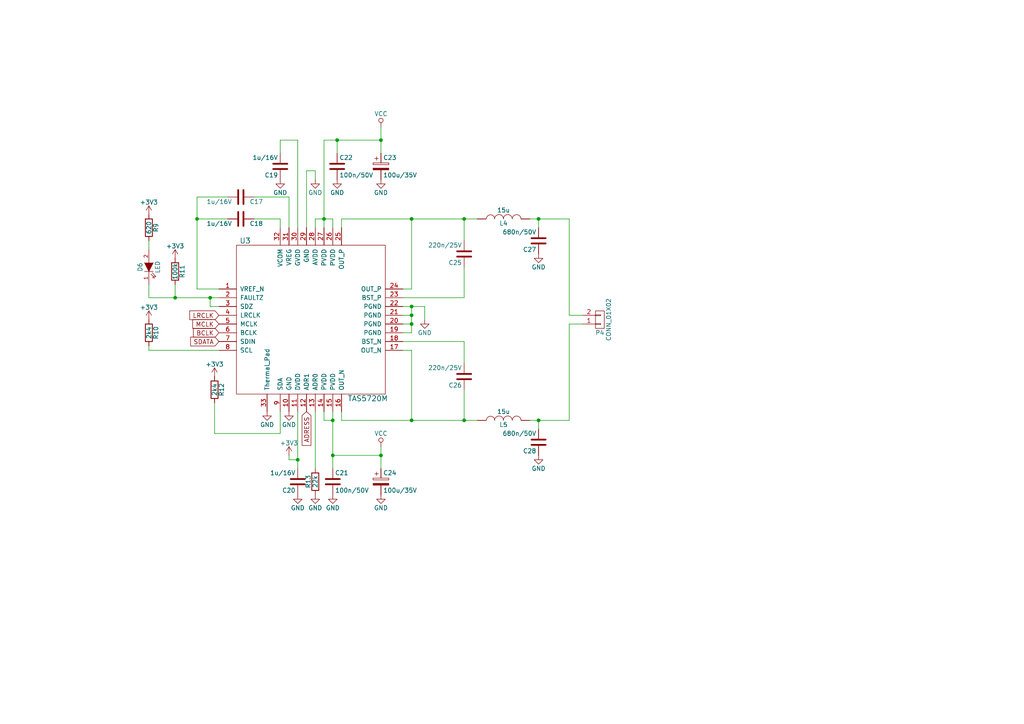
<source format=kicad_sch>
(kicad_sch (version 20231120) (generator "eeschema") (generator_version "8.0")
  (paper "A4")
  (title_block (title "freeDSPx-AMPx4") (date "2017-02-19") (rev "1.0"))
  (lib_symbols
    (symbol "freeDSPx-AMPx4-rescue:+3V3" (power) (pin_names (offset 0))
      (property "Value" "+3V3" (at 0 3.556 0))
      (symbol "+3V3_0_1"
        (polyline (pts (xy -0.762 1.27) (xy 0 2.54)))
        (polyline (pts (xy 0 0) (xy 0 2.54)))
        (polyline (pts (xy 0 2.54) (xy 0.762 1.27)))
      )
      (symbol "+3V3_1_1"
        (pin power_in line (at 0 0 90) (length 0) hide (name "+3V3") (number "1"))
      )
    )
    (symbol "freeDSPx-AMPx4-rescue:C" (pin_numbers hide) (pin_names (offset 0.254))
      (property "Reference" "C" (at 0.635 2.54 0))
      (property "Value" "C" (at 0.635 -2.54 0))
      (symbol "C_0_1"
        (polyline (pts (xy -2.032 -0.762) (xy 2.032 -0.762)) (stroke (width 0.508)))
        (polyline (pts (xy -2.032 0.762) (xy 2.032 0.762)) (stroke (width 0.508)))
      )
      (symbol "C_1_1"
        (pin passive line (at 0 3.81 270) (length 2.794) (name "~") (number "1"))
        (pin passive line (at 0 -3.81 90) (length 2.794) (name "~") (number "2"))
      )
    )
    (symbol "freeDSPx-AMPx4-rescue:CONN_01X02" (pin_names (offset 1.016) hide)
      (property "Reference" "P" (at 0 3.81 0))
      (property "Value" "CONN_01X02" (at 2.54 0 90))
      (symbol "CONN_01X02_0_1"
        (rectangle (start -1.27 -1.143) (end 0.254 -1.397))
        (rectangle (start -1.27 1.397) (end 0.254 1.143))
        (rectangle (start -1.27 2.54) (end 1.27 -2.54))
      )
      (symbol "CONN_01X02_1_1"
        (pin passive line (at -5.08 1.27 0) (length 3.81) (name "P1") (number "1"))
        (pin passive line (at -5.08 -1.27 0) (length 3.81) (name "P2") (number "2"))
      )
    )
    (symbol "freeDSPx-AMPx4-rescue:CP" (pin_numbers hide) (pin_names (offset 0.254))
      (property "Reference" "C" (at 0.635 2.54 0))
      (property "Value" "CP" (at 0.635 -2.54 0))
      (symbol "CP_0_1"
        (rectangle (start -2.286 0.508) (end -2.286 1.016))
        (rectangle (start -2.286 0.508) (end 2.286 0.508))
        (polyline (pts (xy -1.778 2.286) (xy -0.762 2.286)))
        (polyline (pts (xy -1.27 2.794) (xy -1.27 1.778)))
        (rectangle (start 2.286 -0.508) (end -2.286 -1.016) (fill (type outline)))
        (rectangle (start 2.286 1.016) (end -2.286 1.016))
        (rectangle (start 2.286 1.016) (end 2.286 0.508))
      )
      (symbol "CP_1_1"
        (pin passive line (at 0 3.81 270) (length 2.794) (name "~") (number "1"))
        (pin passive line (at 0 -3.81 90) (length 2.794) (name "~") (number "2"))
      )
    )
    (symbol "freeDSPx-AMPx4-rescue:GND" (power) (pin_names (offset 0))
      (property "Value" "GND" (at 0 -3.81 0))
      (symbol "GND_0_1"
        (polyline (pts (xy 0 0) (xy 0 -1.27) (xy 1.27 -1.27) (xy 0 -2.54) (xy -1.27 -1.27) (xy 0 -1.27)))
      )
      (symbol "GND_1_1"
        (pin power_in line (at 0 0 270) (length 0) hide (name "GND") (number "1"))
      )
    )
    (symbol "freeDSPx-AMPx4-rescue:L" (pin_numbers hide) (pin_names (offset 1.016) hide)
      (property "Reference" "L" (at -1.27 0 90))
      (property "Value" "L" (at 2.54 0 90))
      (symbol "L_0_1"
        (arc (start 0.0254 -5.0546) (mid 1.2449 -3.8097) (end 0.0254 -2.54))
        (arc (start 0.0254 -2.5146) (mid 1.2703 -1.2444) (end 0.0254 0.0508))
        (arc (start 0.0254 0.0254) (mid 1.2703 1.2956) (end 0.0254 2.5908))
        (arc (start 0.0254 2.5654) (mid 1.1941 3.7595) (end 0.0254 4.9784))
      )
      (symbol "L_1_1"
        (pin passive line (at 0 7.62 270) (length 2.54) (name "1") (number "1"))
        (pin passive line (at 0 -7.62 90) (length 2.54) (name "2") (number "2"))
      )
    )
    (symbol "freeDSPx-AMPx4-rescue:LED" (pin_names (offset 1.016) hide)
      (property "Reference" "D" (at 0 2.54 0))
      (property "Value" "LED" (at 0 -2.54 0))
      (symbol "LED_0_1"
        (polyline (pts (xy -1.27 1.27) (xy -1.27 -1.27)))
        (polyline (pts (xy -2.032 -0.635) (xy -3.175 -1.651) (xy -3.048 -1.016)))
        (polyline (pts (xy -1.651 -1.016) (xy -2.794 -2.032) (xy -2.667 -1.397)))
        (polyline (pts (xy 1.27 1.27) (xy -1.27 0) (xy 1.27 -1.27)) (fill (type outline)))
      )
      (symbol "LED_1_1"
        (pin passive line (at -5.08 0 0) (length 3.81) (name "K") (number "1"))
        (pin passive line (at 5.08 0 180) (length 3.81) (name "A") (number "2"))
      )
    )
    (symbol "freeDSPx-AMPx4-rescue:R" (pin_numbers hide) (pin_names (offset 0))
      (property "Reference" "R" (at 2.032 0 90))
      (property "Value" "R" (at 0 0 90))
      (symbol "R_0_1"
        (rectangle (start -1.016 -2.54) (end 1.016 2.54) (stroke (width 0.254)))
      )
      (symbol "R_1_1"
        (pin passive line (at 0 3.81 270) (length 1.27) (name "~") (number "1"))
        (pin passive line (at 0 -3.81 90) (length 1.27) (name "~") (number "2"))
      )
    )
    (symbol "freeDSPx-AMPx4-rescue:TAS5720" (pin_names (offset 1.016))
      (property "Reference" "U" (at -19.05 22.86 0))
      (property "Value" "TAS5720" (at 16.51 -22.86 0))
      (symbol "TAS5720_0_1"
        (rectangle (start -21.59 21.59) (end 21.59 -21.59))
      )
      (symbol "TAS5720_1_1"
        (pin input line (at -26.67 8.89 0) (length 5.08) (name "VREF_N") (number "1"))
        (pin input line (at -6.35 -26.67 90) (length 5.08) (name "GND") (number "10"))
        (pin input line (at -3.81 -26.67 90) (length 5.08) (name "DVDD") (number "11"))
        (pin input line (at -1.27 -26.67 90) (length 5.08) (name "ADR1") (number "12"))
        (pin input line (at 1.27 -26.67 90) (length 5.08) (name "ADR0") (number "13"))
        (pin input line (at 3.81 -26.67 90) (length 5.08) (name "PVDD") (number "14"))
        (pin input line (at 6.35 -26.67 90) (length 5.08) (name "PVDD") (number "15"))
        (pin input line (at 8.89 -26.67 90) (length 5.08) (name "OUT_N") (number "16"))
        (pin input line (at 26.67 -8.89 180) (length 5.08) (name "OUT_N") (number "17"))
        (pin input line (at 26.67 -6.35 180) (length 5.08) (name "BST_N") (number "18"))
        (pin input line (at 26.67 -3.81 180) (length 5.08) (name "PGND") (number "19"))
        (pin input line (at -26.67 6.35 0) (length 5.08) (name "FAULTZ") (number "2"))
        (pin input line (at 26.67 -1.27 180) (length 5.08) (name "PGND") (number "20"))
        (pin input line (at 26.67 1.27 180) (length 5.08) (name "PGND") (number "21"))
        (pin input line (at 26.67 3.81 180) (length 5.08) (name "PGND") (number "22"))
        (pin input line (at 26.67 6.35 180) (length 5.08) (name "BST_P") (number "23"))
        (pin input line (at 26.67 8.89 180) (length 5.08) (name "OUT_P") (number "24"))
        (pin input line (at 8.89 26.67 270) (length 5.08) (name "OUT_P") (number "25"))
        (pin input line (at 6.35 26.67 270) (length 5.08) (name "PVDD") (number "26"))
        (pin input line (at 3.81 26.67 270) (length 5.08) (name "PVDD") (number "27"))
        (pin input line (at 1.27 26.67 270) (length 5.08) (name "AVDD") (number "28"))
        (pin input line (at -1.27 26.67 270) (length 5.08) (name "GND") (number "29"))
        (pin input line (at -26.67 3.81 0) (length 5.08) (name "SDZ") (number "3"))
        (pin input line (at -3.81 26.67 270) (length 5.08) (name "GVDD") (number "30"))
        (pin input line (at -6.35 26.67 270) (length 5.08) (name "VREG") (number "31"))
        (pin input line (at -8.89 26.67 270) (length 5.08) (name "VCOM") (number "32"))
        (pin input line (at -12.7 -26.67 90) (length 5.08) (name "Thermal_Pad") (number "33"))
        (pin input line (at -26.67 1.27 0) (length 5.08) (name "LRCLK") (number "4"))
        (pin input line (at -26.67 -1.27 0) (length 5.08) (name "MCLK") (number "5"))
        (pin input line (at -26.67 -3.81 0) (length 5.08) (name "BCLK") (number "6"))
        (pin input line (at -26.67 -6.35 0) (length 5.08) (name "SDIN") (number "7"))
        (pin input line (at -26.67 -8.89 0) (length 5.08) (name "SCL") (number "8"))
        (pin input line (at -8.89 -26.67 90) (length 5.08) (name "SDA") (number "9"))
      )
    )
    (symbol "freeDSPx-AMPx4-rescue:VCC" (power) (pin_names (offset 0))
      (property "Value" "VCC" (at 0 3.81 0))
      (symbol "VCC_0_1"
        (polyline (pts (xy 0 0) (xy 0 1.27)))
        (circle (center 0 1.905) (radius 0.635))
      )
      (symbol "VCC_1_1"
        (pin power_in line (at 0 0 90) (length 0) hide (name "VCC") (number "1"))
      )
    )
  )
  (junction (at 119.38 88.9))
  (junction (at 119.38 121.92))
  (junction (at 86.36 133.35))
  (junction (at 156.21 121.92))
  (junction (at 119.38 63.5))
  (junction (at 134.62 63.5))
  (junction (at 60.96 86.36))
  (junction (at 156.21 63.5))
  (junction (at 110.49 40.64))
  (junction (at 134.62 121.92))
  (junction (at 57.15 63.5))
  (junction (at 96.52 132.08))
  (junction (at 119.38 91.44))
  (junction (at 119.38 93.98))
  (junction (at 96.52 121.92))
  (junction (at 50.8 86.36))
  (junction (at 110.49 132.08))
  (junction (at 93.98 63.5))
  (junction (at 97.79 40.64))
  (wire (pts (xy 119.38 121.92) (xy 134.62 121.92)))
  (wire (pts (xy 119.38 121.92) (xy 119.38 101.6)))
  (wire (pts (xy 93.98 40.64) (xy 93.98 63.5)))
  (wire (pts (xy 134.62 99.06) (xy 134.62 105.41)))
  (wire (pts (xy 165.1 91.44) (xy 168.91 91.44)))
  (wire (pts (xy 156.21 63.5) (xy 156.21 66.04)))
  (wire (pts (xy 99.06 66.04) (xy 99.06 63.5)))
  (wire (pts (xy 96.52 63.5) (xy 96.52 66.04)))
  (wire (pts (xy 110.49 132.08) (xy 110.49 135.89)))
  (wire (pts (xy 119.38 63.5) (xy 119.38 83.82)))
  (wire (pts (xy 91.44 66.04) (xy 91.44 63.5)))
  (wire (pts (xy 96.52 132.08) (xy 96.52 135.89)))
  (wire (pts (xy 165.1 93.98) (xy 168.91 93.98)))
  (wire (pts (xy 43.18 101.6) (xy 63.5 101.6)))
  (wire (pts (xy 116.84 86.36) (xy 134.62 86.36)))
  (wire (pts (xy 81.28 63.5) (xy 73.66 63.5)))
  (wire (pts (xy 86.36 133.35) (xy 86.36 135.89)))
  (wire (pts (xy 83.82 66.04) (xy 83.82 57.15)))
  (wire (pts (xy 134.62 86.36) (xy 134.62 77.47)))
  (wire (pts (xy 93.98 63.5) (xy 96.52 63.5)))
  (wire (pts (xy 57.15 63.5) (xy 57.15 83.82)))
  (wire (pts (xy 110.49 40.64) (xy 110.49 44.45)))
  (wire (pts (xy 50.8 86.36) (xy 50.8 82.55)))
  (wire (pts (xy 81.28 125.73) (xy 62.23 125.73)))
  (wire (pts (xy 156.21 121.92) (xy 153.67 121.92)))
  (wire (pts (xy 134.62 113.03) (xy 134.62 121.92)))
  (wire (pts (xy 134.62 121.92) (xy 138.43 121.92)))
  (wire (pts (xy 165.1 93.98) (xy 165.1 121.92)))
  (wire (pts (xy 119.38 63.5) (xy 134.62 63.5)))
  (wire (pts (xy 57.15 57.15) (xy 66.04 57.15)))
  (wire (pts (xy 86.36 40.64) (xy 81.28 40.64)))
  (wire (pts (xy 88.9 49.53) (xy 88.9 66.04)))
  (wire (pts (xy 93.98 119.38) (xy 93.98 121.92)))
  (wire (pts (xy 96.52 119.38) (xy 96.52 121.92)))
  (wire (pts (xy 156.21 63.5) (xy 165.1 63.5)))
  (wire (pts (xy 93.98 40.64) (xy 97.79 40.64)))
  (wire (pts (xy 110.49 36.83) (xy 110.49 40.64)))
  (wire (pts (xy 86.36 119.38) (xy 86.36 133.35)))
  (wire (pts (xy 165.1 121.92) (xy 156.21 121.92)))
  (wire (pts (xy 116.84 99.06) (xy 134.62 99.06)))
  (wire (pts (xy 43.18 86.36) (xy 50.8 86.36)))
  (wire (pts (xy 153.67 63.5) (xy 156.21 63.5)))
  (wire (pts (xy 81.28 66.04) (xy 81.28 63.5)))
  (wire (pts (xy 99.06 119.38) (xy 99.06 121.92)))
  (wire (pts (xy 119.38 88.9) (xy 119.38 91.44)))
  (wire (pts (xy 99.06 121.92) (xy 119.38 121.92)))
  (wire (pts (xy 119.38 93.98) (xy 116.84 93.98)))
  (wire (pts (xy 119.38 88.9) (xy 123.19 88.9)))
  (wire (pts (xy 97.79 40.64) (xy 110.49 40.64)))
  (wire (pts (xy 116.84 88.9) (xy 119.38 88.9)))
  (wire (pts (xy 91.44 63.5) (xy 93.98 63.5)))
  (wire (pts (xy 119.38 91.44) (xy 119.38 93.98)))
  (wire (pts (xy 62.23 125.73) (xy 62.23 116.84)))
  (wire (pts (xy 43.18 101.6) (xy 43.18 100.33)))
  (wire (pts (xy 119.38 83.82) (xy 116.84 83.82)))
  (wire (pts (xy 86.36 40.64) (xy 86.36 66.04)))
  (wire (pts (xy 81.28 119.38) (xy 81.28 125.73)))
  (wire (pts (xy 91.44 49.53) (xy 91.44 52.07)))
  (wire (pts (xy 43.18 86.36) (xy 43.18 82.55)))
  (wire (pts (xy 57.15 83.82) (xy 63.5 83.82)))
  (wire (pts (xy 97.79 44.45) (xy 97.79 40.64)))
  (wire (pts (xy 165.1 63.5) (xy 165.1 91.44)))
  (wire (pts (xy 119.38 91.44) (xy 116.84 91.44)))
  (wire (pts (xy 57.15 57.15) (xy 57.15 63.5)))
  (wire (pts (xy 156.21 121.92) (xy 156.21 124.46)))
  (wire (pts (xy 83.82 57.15) (xy 73.66 57.15)))
  (wire (pts (xy 43.18 72.39) (xy 43.18 69.85)))
  (wire (pts (xy 110.49 129.54) (xy 110.49 132.08)))
  (wire (pts (xy 99.06 63.5) (xy 119.38 63.5)))
  (wire (pts (xy 134.62 69.85) (xy 134.62 63.5)))
  (wire (pts (xy 93.98 121.92) (xy 96.52 121.92)))
  (wire (pts (xy 96.52 121.92) (xy 96.52 132.08)))
  (wire (pts (xy 96.52 132.08) (xy 110.49 132.08)))
  (wire (pts (xy 119.38 101.6) (xy 116.84 101.6)))
  (wire (pts (xy 57.15 63.5) (xy 66.04 63.5)))
  (wire (pts (xy 119.38 96.52) (xy 116.84 96.52)))
  (wire (pts (xy 93.98 63.5) (xy 93.98 66.04)))
  (wire (pts (xy 50.8 86.36) (xy 60.96 86.36)))
  (wire (pts (xy 60.96 86.36) (xy 63.5 86.36)))
  (wire (pts (xy 83.82 132.08) (xy 83.82 133.35)))
  (wire (pts (xy 88.9 49.53) (xy 91.44 49.53)))
  (wire (pts (xy 63.5 88.9) (xy 60.96 88.9)))
  (wire (pts (xy 134.62 63.5) (xy 138.43 63.5)))
  (wire (pts (xy 91.44 119.38) (xy 91.44 135.89)))
  (wire (pts (xy 83.82 133.35) (xy 86.36 133.35)))
  (wire (pts (xy 81.28 40.64) (xy 81.28 44.45)))
  (wire (pts (xy 60.96 88.9) (xy 60.96 86.36)))
  (wire (pts (xy 123.19 88.9) (xy 123.19 92.71)))
  (wire (pts (xy 119.38 93.98) (xy 119.38 96.52)))
  (global_label "MCLK" (shape input) (at 63.5 93.98 180) (effects (font (size 1.2954 1.2954))) (property "Intersheetrefs" "${INTERSHEET_REFS}" (effects (hide yes))))
  (global_label "LRCLK" (shape input) (at 63.5 91.44 180) (effects (font (size 1.2954 1.2954))) (property "Intersheetrefs" "${INTERSHEET_REFS}" (effects (hide yes))))
  (global_label "ADRESS" (shape input) (at 88.9 119.38 270) (effects (font (size 1.2954 1.2954))) (property "Intersheetrefs" "${INTERSHEET_REFS}" (effects (hide yes))))
  (global_label "SDATA" (shape input) (at 63.5 99.06 180) (effects (font (size 1.2954 1.2954))) (property "Intersheetrefs" "${INTERSHEET_REFS}" (effects (hide yes))))
  (global_label "BCLK" (shape input) (at 63.5 96.52 180) (effects (font (size 1.2954 1.2954))) (property "Intersheetrefs" "${INTERSHEET_REFS}" (effects (hide yes))))
  (symbol (lib_id "freeDSPx-AMPx4-rescue:TAS5720") (at 90.17 92.71 0) (unit 1)
    (property "Reference" "U3" (at 71.12 69.85 0) (effects (font (size 1.524 1.524))))
    (property "Value" "TAS5720M" (at 106.68 115.57 0) (effects (font (size 1.524 1.524))))
    (property "Footprint" "Library:VQFN-32-handsolder" (effects (hide yes)))
    (property "Datasheet" "http://www.ti.com/lit/ds/symlink/tas5720m.pdf" (effects (hide yes)))
    (property "Mouser_Part_No" "595-TAS5720MRSMT" (effects (hide yes)))
  )
  (symbol (lib_id "freeDSPx-AMPx4-rescue:GND") (at 123.19 92.71 0) (unit 1)
    (property "Reference" "#PWR038" (effects (hide yes)))
    (property "Value" "GND" (at 123.19 96.52 0))
  )
  (symbol (lib_id "freeDSPx-AMPx4-rescue:GND") (at 83.82 119.38 0) (unit 1)
    (property "Reference" "#PWR039" (effects (hide yes)))
    (property "Value" "GND" (at 83.82 123.19 0))
  )
  (symbol (lib_id "freeDSPx-AMPx4-rescue:C") (at 97.79 48.26 0) (unit 1)
    (property "Reference" "C22" (at 98.425 45.72 0) (effects (justify left)))
    (property "Value" "100n/50V" (at 98.425 50.8 0) (effects (justify left)))
    (property "Footprint" "fdsp_capacitor:C_0603" (effects (hide yes)))
    (property "Datasheet" "http://www.murata.com/products/catalog/pdf/c02e.pdf" (effects (hide yes)))
    (property "Mouser_Part_No" "81-GRM39X104K50D" (effects (hide yes)))
  )
  (symbol (lib_id "freeDSPx-AMPx4-rescue:GND") (at 97.79 52.07 0) (unit 1)
    (property "Reference" "#PWR040" (effects (hide yes)))
    (property "Value" "GND" (at 97.79 55.88 0))
  )
  (symbol (lib_id "freeDSPx-AMPx4-rescue:GND") (at 110.49 52.07 0) (unit 1)
    (property "Reference" "#PWR041" (effects (hide yes)))
    (property "Value" "GND" (at 110.49 55.88 0))
  )
  (symbol (lib_id "freeDSPx-AMPx4-rescue:C") (at 134.62 73.66 180) (unit 1)
    (property "Reference" "C25" (at 133.985 76.2 0) (effects (justify left)))
    (property "Value" "220n/25V" (at 133.985 71.12 0) (effects (justify left)))
    (property "Footprint" "fdsp_capacitor:C_0603" (effects (hide yes)))
    (property "Datasheet" "http://www.murata.com/products/catalog/pdf/c02e.pdf" (effects (hide yes)))
    (property "Mouser_Part_No" "81-GRM18R71E223KA01J" (effects (hide yes)))
  )
  (symbol (lib_id "freeDSPx-AMPx4-rescue:+3V3") (at 83.82 132.08 0) (unit 1)
    (property "Reference" "#PWR042" (effects (hide yes)))
    (property "Value" "+3V3" (at 83.82 128.524 0))
  )
  (symbol (lib_id "freeDSPx-AMPx4-rescue:GND") (at 86.36 143.51 0) (unit 1)
    (property "Reference" "#PWR043" (effects (hide yes)))
    (property "Value" "GND" (at 86.36 147.32 0))
  )
  (symbol (lib_id "freeDSPx-AMPx4-rescue:GND") (at 96.52 143.51 0) (unit 1)
    (property "Reference" "#PWR044" (effects (hide yes)))
    (property "Value" "GND" (at 96.52 147.32 0))
  )
  (symbol (lib_id "freeDSPx-AMPx4-rescue:GND") (at 110.49 143.51 0) (unit 1)
    (property "Reference" "#PWR045" (effects (hide yes)))
    (property "Value" "GND" (at 110.49 147.32 0))
  )
  (symbol (lib_id "freeDSPx-AMPx4-rescue:VCC") (at 110.49 36.83 0) (unit 1)
    (property "Reference" "#PWR046" (effects (hide yes)))
    (property "Value" "VCC" (at 110.49 33.02 0))
  )
  (symbol (lib_id "freeDSPx-AMPx4-rescue:VCC") (at 110.49 129.54 0) (unit 1)
    (property "Reference" "#PWR047" (effects (hide yes)))
    (property "Value" "VCC" (at 110.49 125.73 0))
  )
  (symbol (lib_id "freeDSPx-AMPx4-rescue:GND") (at 77.47 119.38 0) (unit 1)
    (property "Reference" "#PWR048" (effects (hide yes)))
    (property "Value" "GND" (at 77.47 123.19 0))
  )
  (symbol (lib_id "freeDSPx-AMPx4-rescue:C") (at 81.28 48.26 180) (unit 1)
    (property "Reference" "C19" (at 80.645 50.8 0) (effects (justify left)))
    (property "Value" "1u/16V" (at 80.645 45.72 0) (effects (justify left)))
    (property "Footprint" "fdsp_capacitor:C_0603" (effects (hide yes)))
    (property "Datasheet" "http://www.murata.com/products/catalog/pdf/c02e.pdf" (effects (hide yes)))
    (property "Mouser_Part_No" "81-GRM188R71C105KE5D" (effects (hide yes)))
  )
  (symbol (lib_id "freeDSPx-AMPx4-rescue:L") (at 146.05 63.5 90) (unit 1)
    (property "Reference" "L4" (at 146.05 64.77 90))
    (property "Value" "15u" (at 146.05 60.96 90))
    (property "Footprint" "fdsp_inductor:Choke_SMD_6.0x6.0" (effects (hide yes)))
    (property "Datasheet" "http://www.mouser.com/ds/2/281/product-1023288.pdf" (effects (hide yes)))
    (property "Mouser_Part_No" "81-1264EY-150MP3" (effects (hide yes)))
  )
  (symbol (lib_id "freeDSPx-AMPx4-rescue:C") (at 156.21 69.85 180) (unit 1)
    (property "Reference" "C27" (at 155.575 72.39 0) (effects (justify left)))
    (property "Value" "680n/50V" (at 155.575 67.31 0) (effects (justify left)))
    (property "Footprint" "fdsp_capacitor:C_1206" (effects (hide yes)))
    (property "Datasheet" "http://www.murata.com/products/catalog/pdf/c03e.pdf" (effects (hide yes)))
    (property "Mouser_Part_No" "81-GCM31CR71H684KA7L" (effects (hide yes)))
  )
  (symbol (lib_id "freeDSPx-AMPx4-rescue:GND") (at 156.21 73.66 0) (unit 1)
    (property "Reference" "#PWR049" (effects (hide yes)))
    (property "Value" "GND" (at 156.21 77.47 0))
  )
  (symbol (lib_id "freeDSPx-AMPx4-rescue:GND") (at 156.21 132.08 0) (unit 1)
    (property "Reference" "#PWR050" (effects (hide yes)))
    (property "Value" "GND" (at 156.21 135.89 0))
  )
  (symbol (lib_id "freeDSPx-AMPx4-rescue:CP") (at 110.49 48.26 0) (unit 1)
    (property "Reference" "C23" (at 111.125 45.72 0) (effects (justify left)))
    (property "Value" "100u/35V" (at 111.125 50.8 0) (effects (justify left)))
    (property "Footprint" "fdsp_capacitor:C_Radial_D8_L11.5_P3.5" (effects (hide yes)))
    (property "Datasheet" "http://www.mouser.com/ds/2/315/ABA0000C1012-947489.pdf" (effects (hide yes)))
    (property "Mouser_Part_No" "667-EEU-FC1V101" (effects (hide yes)))
  )
  (symbol (lib_id "freeDSPx-AMPx4-rescue:GND") (at 91.44 143.51 0) (unit 1)
    (property "Reference" "#PWR051" (effects (hide yes)))
    (property "Value" "GND" (at 91.44 147.32 0))
  )
  (symbol (lib_id "freeDSPx-AMPx4-rescue:R") (at 50.8 78.74 0) (unit 1)
    (property "Reference" "R11" (at 52.832 78.74 90))
    (property "Value" "100k" (at 50.8 78.74 90))
    (property "Footprint" "fdsp_resistor:R_0603" (effects (hide yes)))
    (property "Datasheet" "http://www.mouser.com/ds/2/427/dcrcwe3-109170.pdf" (effects (hide yes)))
    (property "Mouser_Part_No" "71-CRCW0603-100K-E3" (effects (hide yes)))
  )
  (symbol (lib_id "freeDSPx-AMPx4-rescue:LED") (at 43.18 77.47 90) (unit 1)
    (property "Reference" "D6" (at 40.64 77.47 0))
    (property "Value" "LED" (at 45.72 77.47 0))
    (property "Footprint" "fdsp_capacitor:C_0603" (effects (hide yes)))
    (property "Datasheet" "http://www.mouser.com/ds/2/445/150060RS75000-368563.pdf" (effects (hide yes)))
    (property "Mouser_Part_No" "710-150080RS75000" (effects (hide yes)))
  )
  (symbol (lib_id "freeDSPx-AMPx4-rescue:R") (at 43.18 66.04 0) (unit 1)
    (property "Reference" "R9" (at 45.212 66.04 90))
    (property "Value" "620" (at 43.18 66.04 90))
    (property "Footprint" "fdsp_resistor:R_0603" (effects (hide yes)))
    (property "Datasheet" "http://www.mouser.com/ds/2/427/dcrcwe3-109170.pdf" (effects (hide yes)))
    (property "Mouser_Part_No" "71-CRCW0603-620-E3" (effects (hide yes)))
  )
  (symbol (lib_id "freeDSPx-AMPx4-rescue:+3V3") (at 50.8 74.93 0) (unit 1)
    (property "Reference" "#PWR052" (effects (hide yes)))
    (property "Value" "+3V3" (at 50.8 71.374 0))
  )
  (symbol (lib_id "freeDSPx-AMPx4-rescue:+3V3") (at 43.18 62.23 0) (unit 1)
    (property "Reference" "#PWR053" (effects (hide yes)))
    (property "Value" "+3V3" (at 43.18 58.674 0))
  )
  (symbol (lib_id "freeDSPx-AMPx4-rescue:R") (at 43.18 96.52 0) (unit 1)
    (property "Reference" "R10" (at 45.212 96.52 90))
    (property "Value" "2k4" (at 43.18 96.52 90))
    (property "Footprint" "fdsp_resistor:R_0603" (effects (hide yes)))
    (property "Datasheet" "http://www.mouser.com/ds/2/427/dcrcwe3-109170.pdf" (effects (hide yes)))
    (property "Mouser_Part_No" "71-CRCW0603-2.4K-E3" (effects (hide yes)))
  )
  (symbol (lib_id "freeDSPx-AMPx4-rescue:+3V3") (at 43.18 92.71 0) (unit 1)
    (property "Reference" "#PWR054" (effects (hide yes)))
    (property "Value" "+3V3" (at 43.18 89.154 0))
  )
  (symbol (lib_id "freeDSPx-AMPx4-rescue:+3V3") (at 62.23 109.22 0) (unit 1)
    (property "Reference" "#PWR055" (effects (hide yes)))
    (property "Value" "+3V3" (at 62.23 105.664 0))
  )
  (symbol (lib_id "freeDSPx-AMPx4-rescue:GND") (at 81.28 52.07 0) (unit 1)
    (property "Reference" "#PWR056" (effects (hide yes)))
    (property "Value" "GND" (at 81.28 55.88 0))
  )
  (symbol (lib_id "freeDSPx-AMPx4-rescue:GND") (at 91.44 52.07 0) (unit 1)
    (property "Reference" "#PWR057" (effects (hide yes)))
    (property "Value" "GND" (at 91.44 55.88 0))
  )
  (symbol (lib_id "freeDSPx-AMPx4-rescue:CONN_01X02") (at 173.99 92.71 0) (mirror x) (unit 1)
    (property "Reference" "P4" (at 173.99 96.52 0))
    (property "Value" "CONN_01X02" (at 176.53 92.71 90))
    (property "Footprint" "fdsp_connector:RIACON101-2" (effects (hide yes)))
    (property "Datasheet" "http://www.mouser.com/ds/2/418/NG_CD_796911_B2-715370.pdf" (effects (hide yes)))
    (property "Mouser_Part_No" "571-796911-2" (effects (hide yes)))
  )
  (symbol (lib_id "freeDSPx-AMPx4-rescue:C") (at 156.21 128.27 180) (unit 1)
    (property "Reference" "C28" (at 155.575 130.81 0) (effects (justify left)))
    (property "Value" "680n/50V" (at 155.575 125.73 0) (effects (justify left)))
    (property "Footprint" "fdsp_capacitor:C_1206" (effects (hide yes)))
    (property "Datasheet" "http://www.murata.com/products/catalog/pdf/c03e.pdf" (effects (hide yes)))
    (property "Mouser_Part_No" "81-GCM31CR71H684KA7L" (effects (hide yes)))
  )
  (symbol (lib_id "freeDSPx-AMPx4-rescue:L") (at 146.05 121.92 90) (unit 1)
    (property "Reference" "L5" (at 146.05 123.19 90))
    (property "Value" "15u" (at 146.05 119.38 90))
    (property "Footprint" "fdsp_inductor:Choke_SMD_6.0x6.0" (effects (hide yes)))
    (property "Datasheet" "http://www.mouser.com/ds/2/281/product-1023288.pdf" (effects (hide yes)))
    (property "Mouser_Part_No" "81-1264EY-150MP3" (effects (hide yes)))
  )
  (symbol (lib_id "freeDSPx-AMPx4-rescue:C") (at 134.62 109.22 180) (unit 1)
    (property "Reference" "C26" (at 133.985 111.76 0) (effects (justify left)))
    (property "Value" "220n/25V" (at 133.985 106.68 0) (effects (justify left)))
    (property "Footprint" "fdsp_capacitor:C_0603" (effects (hide yes)))
    (property "Datasheet" "http://www.murata.com/products/catalog/pdf/c02e.pdf" (effects (hide yes)))
    (property "Mouser_Part_No" "81-GRM18R71E223KA01J" (effects (hide yes)))
  )
  (symbol (lib_id "freeDSPx-AMPx4-rescue:C") (at 69.85 57.15 270) (unit 1)
    (property "Reference" "C17" (at 72.39 57.785 90) (effects (justify left top)))
    (property "Value" "1u/16V" (at 67.31 57.785 90) (effects (justify right top)))
    (property "Footprint" "fdsp_capacitor:C_0603" (effects (hide yes)))
    (property "Datasheet" "http://www.murata.com/products/catalog/pdf/c02e.pdf" (effects (hide yes)))
    (property "Mouser_Part_No" "81-GRM188R71C105KE5D" (effects (hide yes)))
  )
  (symbol (lib_id "freeDSPx-AMPx4-rescue:C") (at 86.36 139.7 180) (unit 1)
    (property "Reference" "C20" (at 85.725 142.24 0) (effects (justify left)))
    (property "Value" "1u/16V" (at 85.725 137.16 0) (effects (justify left)))
    (property "Footprint" "fdsp_capacitor:C_0603" (effects (hide yes)))
    (property "Datasheet" "http://www.murata.com/products/catalog/pdf/c02e.pdf" (effects (hide yes)))
    (property "Mouser_Part_No" "81-GRM188R71C105KE5D" (effects (hide yes)))
  )
  (symbol (lib_id "freeDSPx-AMPx4-rescue:C") (at 96.52 139.7 0) (unit 1)
    (property "Reference" "C21" (at 97.155 137.16 0) (effects (justify left)))
    (property "Value" "100n/50V" (at 97.155 142.24 0) (effects (justify left)))
    (property "Footprint" "fdsp_capacitor:C_0603" (effects (hide yes)))
    (property "Datasheet" "http://www.murata.com/products/catalog/pdf/c02e.pdf" (effects (hide yes)))
    (property "Mouser_Part_No" "81-GRM39X104K50D" (effects (hide yes)))
  )
  (symbol (lib_id "freeDSPx-AMPx4-rescue:R") (at 62.23 113.03 0) (unit 1)
    (property "Reference" "R12" (at 64.262 113.03 90))
    (property "Value" "2k4" (at 62.23 113.03 90))
    (property "Footprint" "fdsp_resistor:R_0603" (effects (hide yes)))
    (property "Datasheet" "http://www.mouser.com/ds/2/427/dcrcwe3-109170.pdf" (effects (hide yes)))
    (property "Mouser_Part_No" "71-CRCW0603-2.4K-E3" (effects (hide yes)))
  )
  (symbol (lib_id "freeDSPx-AMPx4-rescue:CP") (at 110.49 139.7 0) (unit 1)
    (property "Reference" "C24" (at 111.125 137.16 0) (effects (justify left)))
    (property "Value" "100u/35V" (at 111.125 142.24 0) (effects (justify left)))
    (property "Footprint" "fdsp_capacitor:C_Radial_D8_L11.5_P3.5" (effects (hide yes)))
    (property "Datasheet" "http://www.mouser.com/ds/2/315/ABA0000C1012-947489.pdf" (effects (hide yes)))
    (property "Mouser_Part_No" "667-EEU-FC1V101" (effects (hide yes)))
  )
  (symbol (lib_id "freeDSPx-AMPx4-rescue:C") (at 69.85 63.5 270) (unit 1)
    (property "Reference" "C18" (at 72.39 64.135 90) (effects (justify left top)))
    (property "Value" "1u/16V" (at 67.31 64.135 90) (effects (justify right top)))
    (property "Footprint" "fdsp_capacitor:C_0603" (effects (hide yes)))
    (property "Datasheet" "http://www.murata.com/products/catalog/pdf/c02e.pdf" (effects (hide yes)))
    (property "Mouser_Part_No" "81-GRM188R71C105KE5D" (effects (hide yes)))
  )
  (symbol (lib_id "freeDSPx-AMPx4-rescue:R") (at 91.44 139.7 180) (unit 1)
    (property "Reference" "R13" (at 89.408 139.7 90))
    (property "Value" "22k" (at 91.44 139.7 90))
    (property "Footprint" "fdsp_resistor:R_0603" (effects (hide yes)))
    (property "Datasheet" "http://www.mouser.com/ds/2/427/dcrcwe3-109170.pdf" (effects (hide yes)))
    (property "Mouser_Part_No" "71-CRCW0603-22K-E3" (effects (hide yes)))
  )
)
</source>
